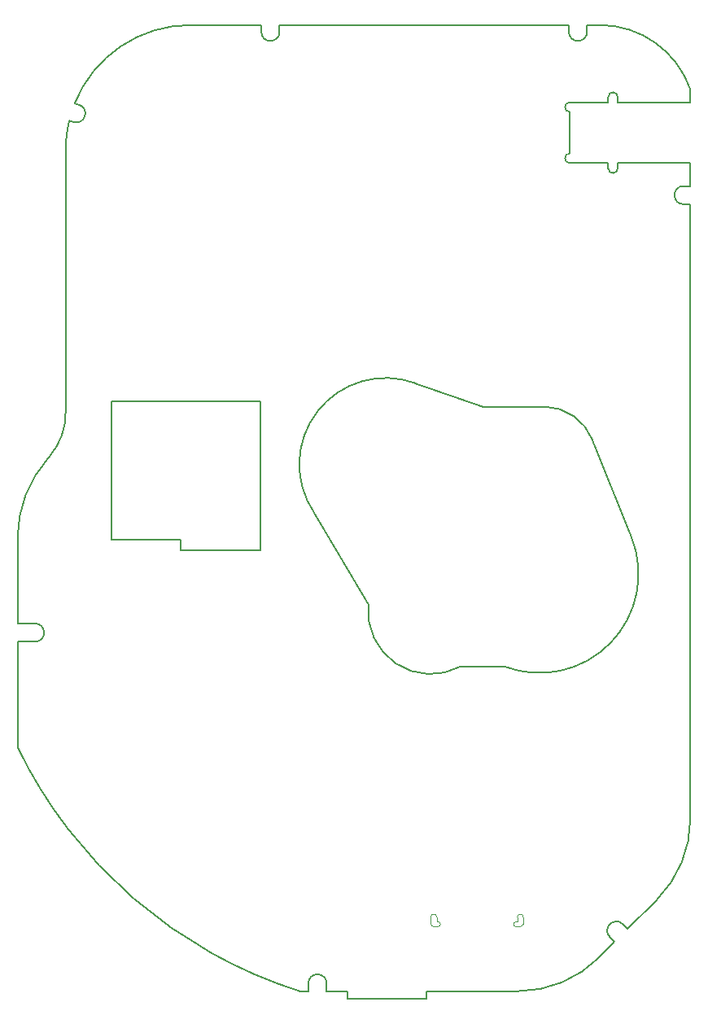
<source format=gbr>
G04 #@! TF.GenerationSoftware,KiCad,Pcbnew,8.0.8+dfsg-1*
G04 #@! TF.CreationDate,2025-03-16T16:58:16-04:00*
G04 #@! TF.ProjectId,RUST_Motherboard,52555354-5f4d-46f7-9468-6572626f6172,rev?*
G04 #@! TF.SameCoordinates,Original*
G04 #@! TF.FileFunction,Profile,NP*
%FSLAX46Y46*%
G04 Gerber Fmt 4.6, Leading zero omitted, Abs format (unit mm)*
G04 Created by KiCad (PCBNEW 8.0.8+dfsg-1) date 2025-03-16 16:58:16*
%MOMM*%
%LPD*%
G01*
G04 APERTURE LIST*
G04 #@! TA.AperFunction,Profile*
%ADD10C,0.150000*%
G04 #@! TD*
G04 #@! TA.AperFunction,Profile*
%ADD11C,0.100000*%
G04 #@! TD*
G04 APERTURE END LIST*
D10*
X174150000Y-61800000D02*
X174150000Y-62350000D01*
X173150000Y-61800000D02*
G75*
G02*
X174150000Y-61800000I500000J0D01*
G01*
X173150000Y-62350000D02*
X173150000Y-61800000D01*
X169150000Y-63350000D02*
G75*
G02*
X169150000Y-62350000I0J500000D01*
G01*
X174150000Y-62350000D02*
X181700000Y-62345000D01*
X181700000Y-72950000D02*
X181700000Y-136829000D01*
X178184781Y-145314781D02*
X175172000Y-148328000D01*
X181700000Y-136829000D02*
G75*
G02*
X178184781Y-145314781I-12000000J0D01*
G01*
X142550000Y-105025000D02*
G75*
G02*
X153040004Y-91539988I7451010J5026450D01*
G01*
X175172000Y-148328000D02*
X174672000Y-147828000D01*
X173328000Y-149172000D02*
G75*
G02*
X174672000Y-147828000I672000J672000D01*
G01*
X173328000Y-149172000D02*
X173828000Y-149672000D01*
X173828000Y-149672000D02*
X172215000Y-151285000D01*
X172215000Y-151285000D02*
G75*
G02*
X163729707Y-154800309I-8486000J8485000D01*
G01*
X143850000Y-154800000D02*
X143850000Y-154000000D01*
X141950000Y-154000000D02*
G75*
G02*
X143850000Y-154000000I950000J0D01*
G01*
X141950000Y-154000000D02*
X141950000Y-154800000D01*
X141950000Y-154800000D02*
X141047017Y-154796974D01*
X111700000Y-118450000D02*
X113500000Y-118450000D01*
X113500000Y-116550000D02*
G75*
G02*
X113500000Y-118450000I0J-950000D01*
G01*
X113500000Y-116550000D02*
X111700000Y-116550000D01*
X111700000Y-116550000D02*
X111700000Y-107688000D01*
X111700000Y-107688000D02*
G75*
G02*
X114869642Y-99369681I12500000J0D01*
G01*
X116697313Y-94620000D02*
G75*
G02*
X115080000Y-99100000I-6847313J-60000D01*
G01*
X116697313Y-94620000D02*
X116700000Y-67300000D01*
X116700000Y-67300000D02*
G75*
G02*
X117060192Y-64261046I13000000J0D01*
G01*
X117060000Y-64261000D02*
X117511000Y-64405000D01*
X118089000Y-62595000D02*
G75*
G02*
X117511000Y-64405000I-289000J-905000D01*
G01*
X118089000Y-62595000D02*
X117638000Y-62451000D01*
X117638000Y-62451000D02*
G75*
G02*
X129700000Y-54299821I12062000J-4849000D01*
G01*
X129700000Y-54300000D02*
X137050000Y-54300000D01*
X137050000Y-54300000D02*
X137050000Y-55000000D01*
X138950000Y-55000000D02*
G75*
G02*
X137050000Y-55000000I-950000J0D01*
G01*
X138950000Y-55000000D02*
X138950000Y-54300000D01*
X138950000Y-54300000D02*
X169050000Y-54300000D01*
X170950000Y-55000000D02*
G75*
G02*
X169050000Y-55000000I-950000J0D01*
G01*
X169050000Y-54300000D02*
X169050000Y-55000000D01*
X170950000Y-55000000D02*
X170950000Y-54300000D01*
X170950000Y-54300000D02*
X172260000Y-54300000D01*
X172260000Y-54300000D02*
G75*
G02*
X181699970Y-61025010I0J-9988000D01*
G01*
X181700000Y-72950000D02*
X181000000Y-72950000D01*
X181000000Y-72950000D02*
G75*
G02*
X181000000Y-71050000I0J950000D01*
G01*
X181000000Y-71050000D02*
X181700000Y-71050000D01*
X181700000Y-71050000D02*
X181700000Y-68650000D01*
X128700000Y-93400000D02*
X121500000Y-93400000D01*
X137000000Y-108900000D02*
X137000000Y-93400000D01*
X181700000Y-68650000D02*
X174150000Y-68650000D01*
X174150000Y-68650000D02*
X174150000Y-69200000D01*
X173150000Y-69200000D02*
X173150000Y-68650000D01*
X173150000Y-68650000D02*
X169150000Y-68650000D01*
X169150000Y-67650000D02*
X169150000Y-63350000D01*
X169150000Y-62350000D02*
X173150000Y-62350000D01*
X174150000Y-69200000D02*
G75*
G02*
X173150000Y-69200000I-500000J0D01*
G01*
X169150000Y-68650000D02*
G75*
G02*
X169150000Y-67650000I0J500000D01*
G01*
X128700000Y-93400000D02*
X137000000Y-93400000D01*
X171525000Y-97475000D02*
X175564847Y-107579056D01*
X146000000Y-155600000D02*
X146000000Y-154800000D01*
X111700000Y-129420000D02*
X111700000Y-118450000D01*
X121500000Y-107875000D02*
X121500000Y-93400000D01*
X121500000Y-107875000D02*
X128700000Y-107875000D01*
X128700000Y-108900000D02*
X128700000Y-107875000D01*
X160200000Y-94000000D02*
X153040000Y-91540000D01*
X175564847Y-107579056D02*
G75*
G02*
X162359999Y-121030004I-9562247J-3819804D01*
G01*
X157780000Y-121030000D02*
G75*
G02*
X148210012Y-114610001I-3101100J5720100D01*
G01*
X146000000Y-155600000D02*
X154200000Y-155600000D01*
X166500000Y-94000000D02*
X160200000Y-94000000D01*
X162360000Y-121030000D02*
X157780000Y-121030000D01*
X154200000Y-155600000D02*
X154200000Y-154800000D01*
X143850000Y-154800000D02*
X146000000Y-154800000D01*
X163729707Y-154800309D02*
X154200000Y-154800000D01*
X115080000Y-99100000D02*
X114869642Y-99369681D01*
X166499722Y-93990344D02*
G75*
G02*
X171525000Y-97475000I-99722J-5509656D01*
G01*
X148210000Y-114610000D02*
X142550000Y-105025000D01*
X181700000Y-61025000D02*
X181700000Y-62345000D01*
X141047017Y-154796974D02*
G75*
G02*
X111700000Y-129420000I14742983J46706974D01*
G01*
X137000000Y-108900000D02*
X128700000Y-108900000D01*
D11*
X154700000Y-147830000D02*
X154700000Y-147080000D01*
X155300000Y-147080000D02*
X155300000Y-147580000D01*
X155300000Y-147580000D02*
X155450000Y-147580000D01*
X155450000Y-148080000D02*
X155000000Y-148080000D01*
X163550000Y-147580000D02*
X163700000Y-147580000D01*
X163700000Y-147580000D02*
X163700000Y-147080000D01*
X164000000Y-148080000D02*
X163550000Y-148080000D01*
X164300000Y-147080000D02*
X164300000Y-147830000D01*
X154700000Y-147080000D02*
G75*
G02*
X155300000Y-147080000I300000J0D01*
G01*
X155000000Y-148080000D02*
G75*
G02*
X154700000Y-147830000I-25000J275000D01*
G01*
X155450000Y-147580000D02*
G75*
G02*
X155450000Y-148080000I0J-250000D01*
G01*
X163550000Y-148080000D02*
G75*
G02*
X163550000Y-147580000I0J250000D01*
G01*
X163700000Y-147080000D02*
G75*
G02*
X164300000Y-147080000I300000J0D01*
G01*
X164300000Y-147830000D02*
G75*
G02*
X164000000Y-148080000I-275000J25000D01*
G01*
M02*

</source>
